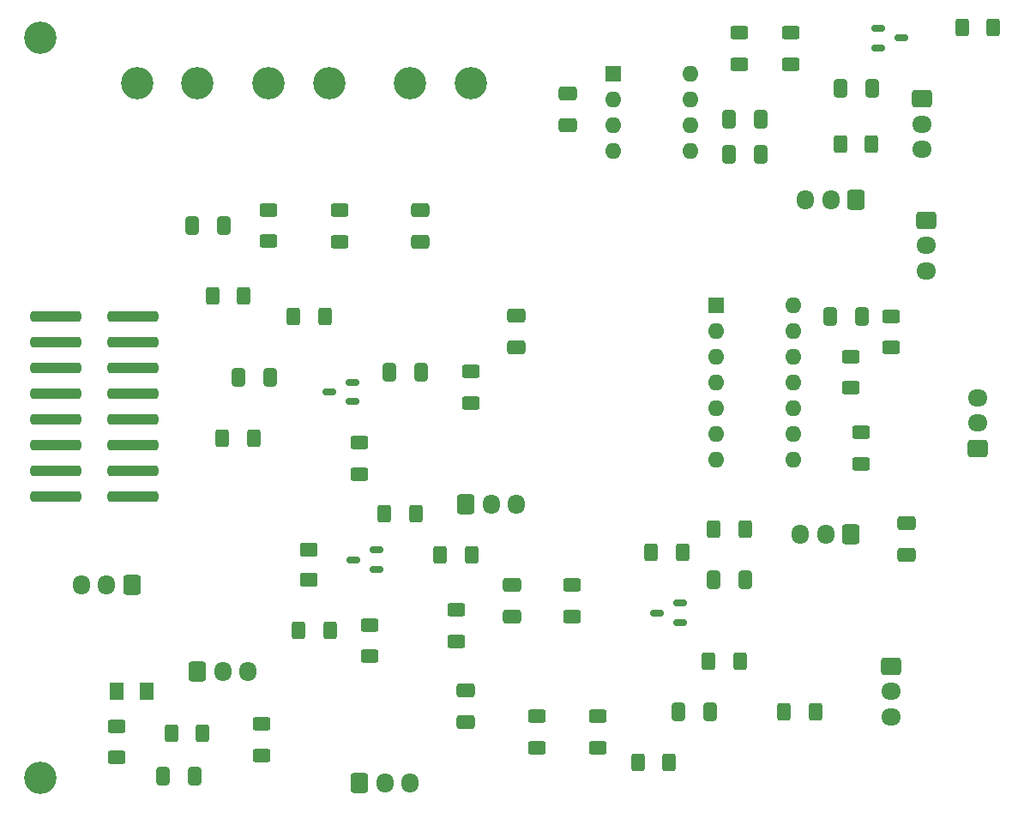
<source format=gts>
G04 #@! TF.GenerationSoftware,KiCad,Pcbnew,7.0.2*
G04 #@! TF.CreationDate,2023-07-08T15:20:31+02:00*
G04 #@! TF.ProjectId,KiKAD_Endplatine_V2,4b694b41-445f-4456-9e64-706c6174696e,rev?*
G04 #@! TF.SameCoordinates,Original*
G04 #@! TF.FileFunction,Soldermask,Top*
G04 #@! TF.FilePolarity,Negative*
%FSLAX46Y46*%
G04 Gerber Fmt 4.6, Leading zero omitted, Abs format (unit mm)*
G04 Created by KiCad (PCBNEW 7.0.2) date 2023-07-08 15:20:31*
%MOMM*%
%LPD*%
G01*
G04 APERTURE LIST*
G04 Aperture macros list*
%AMRoundRect*
0 Rectangle with rounded corners*
0 $1 Rounding radius*
0 $2 $3 $4 $5 $6 $7 $8 $9 X,Y pos of 4 corners*
0 Add a 4 corners polygon primitive as box body*
4,1,4,$2,$3,$4,$5,$6,$7,$8,$9,$2,$3,0*
0 Add four circle primitives for the rounded corners*
1,1,$1+$1,$2,$3*
1,1,$1+$1,$4,$5*
1,1,$1+$1,$6,$7*
1,1,$1+$1,$8,$9*
0 Add four rect primitives between the rounded corners*
20,1,$1+$1,$2,$3,$4,$5,0*
20,1,$1+$1,$4,$5,$6,$7,0*
20,1,$1+$1,$6,$7,$8,$9,0*
20,1,$1+$1,$8,$9,$2,$3,0*%
G04 Aperture macros list end*
%ADD10RoundRect,0.255000X-2.245000X-0.255000X2.245000X-0.255000X2.245000X0.255000X-2.245000X0.255000X0*%
%ADD11RoundRect,0.250000X-0.412500X-0.650000X0.412500X-0.650000X0.412500X0.650000X-0.412500X0.650000X0*%
%ADD12RoundRect,0.250000X-0.400000X-0.625000X0.400000X-0.625000X0.400000X0.625000X-0.400000X0.625000X0*%
%ADD13RoundRect,0.150000X-0.512500X-0.150000X0.512500X-0.150000X0.512500X0.150000X-0.512500X0.150000X0*%
%ADD14RoundRect,0.250000X0.400000X0.625000X-0.400000X0.625000X-0.400000X-0.625000X0.400000X-0.625000X0*%
%ADD15RoundRect,0.250000X-0.625000X0.400000X-0.625000X-0.400000X0.625000X-0.400000X0.625000X0.400000X0*%
%ADD16RoundRect,0.250000X0.412500X0.650000X-0.412500X0.650000X-0.412500X-0.650000X0.412500X-0.650000X0*%
%ADD17RoundRect,0.250000X-0.600000X-0.725000X0.600000X-0.725000X0.600000X0.725000X-0.600000X0.725000X0*%
%ADD18O,1.700000X1.950000*%
%ADD19C,3.200000*%
%ADD20RoundRect,0.250001X0.462499X0.624999X-0.462499X0.624999X-0.462499X-0.624999X0.462499X-0.624999X0*%
%ADD21RoundRect,0.250001X-0.624999X0.462499X-0.624999X-0.462499X0.624999X-0.462499X0.624999X0.462499X0*%
%ADD22RoundRect,0.250000X0.625000X-0.400000X0.625000X0.400000X-0.625000X0.400000X-0.625000X-0.400000X0*%
%ADD23RoundRect,0.250000X-0.725000X0.600000X-0.725000X-0.600000X0.725000X-0.600000X0.725000X0.600000X0*%
%ADD24O,1.950000X1.700000*%
%ADD25RoundRect,0.150000X0.512500X0.150000X-0.512500X0.150000X-0.512500X-0.150000X0.512500X-0.150000X0*%
%ADD26RoundRect,0.250000X0.725000X-0.600000X0.725000X0.600000X-0.725000X0.600000X-0.725000X-0.600000X0*%
%ADD27RoundRect,0.250000X0.600000X0.725000X-0.600000X0.725000X-0.600000X-0.725000X0.600000X-0.725000X0*%
%ADD28RoundRect,0.250000X-0.650000X0.412500X-0.650000X-0.412500X0.650000X-0.412500X0.650000X0.412500X0*%
%ADD29R,1.600000X1.600000*%
%ADD30O,1.600000X1.600000*%
%ADD31RoundRect,0.250000X0.650000X-0.412500X0.650000X0.412500X-0.650000X0.412500X-0.650000X-0.412500X0*%
G04 APERTURE END LIST*
D10*
X105000000Y-66000000D03*
X112600000Y-66000000D03*
X105000000Y-68540000D03*
X112600000Y-68540000D03*
X105000000Y-71080000D03*
X112600000Y-71080000D03*
X105000000Y-73620000D03*
X112600000Y-73620000D03*
X105000000Y-76160000D03*
X112600000Y-76160000D03*
X105000000Y-78700000D03*
X112600000Y-78700000D03*
X105000000Y-81240000D03*
X112600000Y-81240000D03*
X105000000Y-83780000D03*
X112600000Y-83780000D03*
D11*
X169937500Y-92000000D03*
X173062500Y-92000000D03*
D12*
X116393750Y-107106250D03*
X119493750Y-107106250D03*
D13*
X186225000Y-37550000D03*
X186225000Y-39450000D03*
X188500000Y-38500000D03*
D14*
X140550000Y-85450000D03*
X137450000Y-85450000D03*
D15*
X144500000Y-94950000D03*
X144500000Y-98050000D03*
D16*
X185562500Y-43500000D03*
X182437500Y-43500000D03*
X174562500Y-46500000D03*
X171437500Y-46500000D03*
D15*
X177562500Y-38000000D03*
X177562500Y-41100000D03*
D17*
X119000000Y-101032500D03*
D18*
X121500000Y-101032500D03*
X124000000Y-101032500D03*
D15*
X133000000Y-55500000D03*
X133000000Y-58600000D03*
D19*
X103500000Y-111500000D03*
D16*
X174562500Y-50000000D03*
X171437500Y-50000000D03*
D20*
X113987500Y-103000000D03*
X111012500Y-103000000D03*
D21*
X130000000Y-89012500D03*
X130000000Y-91987500D03*
D22*
X187500000Y-69050000D03*
X187500000Y-65950000D03*
D12*
X128950000Y-97000000D03*
X132050000Y-97000000D03*
D23*
X190467500Y-44500000D03*
D24*
X190467500Y-47000000D03*
X190467500Y-49500000D03*
D12*
X182450000Y-49000000D03*
X185550000Y-49000000D03*
D14*
X173050000Y-87000000D03*
X169950000Y-87000000D03*
D23*
X190967500Y-56500000D03*
D24*
X190967500Y-59000000D03*
X190967500Y-61500000D03*
D25*
X134275000Y-74387500D03*
X134275000Y-72487500D03*
X132000000Y-73437500D03*
D11*
X137937500Y-71500000D03*
X141062500Y-71500000D03*
D15*
X158500000Y-105450000D03*
X158500000Y-108550000D03*
D17*
X145500000Y-84532500D03*
D18*
X148000000Y-84532500D03*
X150500000Y-84532500D03*
D19*
X103500000Y-38500000D03*
D12*
X162450000Y-110000000D03*
X165550000Y-110000000D03*
D14*
X180000000Y-105000000D03*
X176900000Y-105000000D03*
D22*
X125275000Y-109325000D03*
X125275000Y-106225000D03*
D15*
X172500000Y-38000000D03*
X172500000Y-41100000D03*
D19*
X113000000Y-43000000D03*
X119000000Y-43000000D03*
D26*
X196032500Y-79000000D03*
D24*
X196032500Y-76500000D03*
X196032500Y-74000000D03*
D27*
X112500000Y-92500000D03*
D18*
X110000000Y-92500000D03*
X107500000Y-92500000D03*
D28*
X150000000Y-92500000D03*
X150000000Y-95625000D03*
D22*
X135000000Y-81550000D03*
X135000000Y-78450000D03*
D23*
X187467500Y-100500000D03*
D24*
X187467500Y-103000000D03*
X187467500Y-105500000D03*
D28*
X189000000Y-86437500D03*
X189000000Y-89562500D03*
D29*
X170200000Y-64875000D03*
D30*
X170200000Y-67415000D03*
X170200000Y-69955000D03*
X170200000Y-72495000D03*
X170200000Y-75035000D03*
X170200000Y-77575000D03*
X170200000Y-80115000D03*
X177820000Y-80115000D03*
X177820000Y-77575000D03*
X177820000Y-75035000D03*
X177820000Y-72495000D03*
X177820000Y-69955000D03*
X177820000Y-67415000D03*
X177820000Y-64875000D03*
D14*
X197550000Y-37500000D03*
X194450000Y-37500000D03*
D22*
X183500000Y-73050000D03*
X183500000Y-69950000D03*
D15*
X184500000Y-77450000D03*
X184500000Y-80550000D03*
D27*
X184000000Y-54467500D03*
D18*
X181500000Y-54467500D03*
X179000000Y-54467500D03*
D11*
X115606250Y-111381250D03*
X118731250Y-111381250D03*
D14*
X124550000Y-78000000D03*
X121450000Y-78000000D03*
D31*
X150500000Y-69062500D03*
X150500000Y-65937500D03*
D27*
X183500000Y-87467500D03*
D18*
X181000000Y-87467500D03*
X178500000Y-87467500D03*
D14*
X131550000Y-66000000D03*
X128450000Y-66000000D03*
X123550000Y-64000000D03*
X120450000Y-64000000D03*
D11*
X123000000Y-72000000D03*
X126125000Y-72000000D03*
D15*
X136000000Y-96450000D03*
X136000000Y-99550000D03*
D28*
X145500000Y-102875000D03*
X145500000Y-106000000D03*
D12*
X169450000Y-100000000D03*
X172550000Y-100000000D03*
D16*
X169562500Y-105000000D03*
X166437500Y-105000000D03*
D15*
X126000000Y-55450000D03*
X126000000Y-58550000D03*
D29*
X160000000Y-42000000D03*
D30*
X160000000Y-44540000D03*
X160000000Y-47080000D03*
X160000000Y-49620000D03*
X167620000Y-49620000D03*
X167620000Y-47080000D03*
X167620000Y-44540000D03*
X167620000Y-42000000D03*
D11*
X181437500Y-66000000D03*
X184562500Y-66000000D03*
D25*
X166620000Y-96195000D03*
X166620000Y-94295000D03*
X164345000Y-95245000D03*
D16*
X121562500Y-57000000D03*
X118437500Y-57000000D03*
D15*
X111000000Y-106450000D03*
X111000000Y-109550000D03*
X156000000Y-92500000D03*
X156000000Y-95600000D03*
D19*
X140000000Y-43000000D03*
X146000000Y-43000000D03*
D28*
X155500000Y-44000000D03*
X155500000Y-47125000D03*
D25*
X136637500Y-90950000D03*
X136637500Y-89050000D03*
X134362500Y-90000000D03*
D17*
X135000000Y-112032500D03*
D18*
X137500000Y-112032500D03*
X140000000Y-112032500D03*
D19*
X126000000Y-43000000D03*
X132000000Y-43000000D03*
D15*
X152500000Y-105450000D03*
X152500000Y-108550000D03*
D14*
X146050000Y-89500000D03*
X142950000Y-89500000D03*
D22*
X146000000Y-74550000D03*
X146000000Y-71450000D03*
D28*
X141000000Y-55487500D03*
X141000000Y-58612500D03*
D12*
X163795000Y-89245000D03*
X166895000Y-89245000D03*
M02*

</source>
